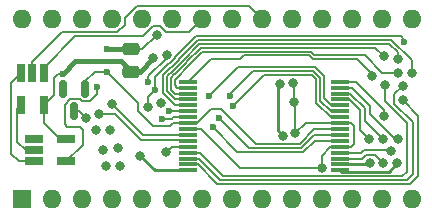
<source format=gbr>
%TF.GenerationSoftware,KiCad,Pcbnew,7.0.5-7.0.5~ubuntu20.04.1*%
%TF.CreationDate,2023-07-18T12:44:13+02:00*%
%TF.ProjectId,EpromEMU_BOT,4570726f-6d45-44d5-955f-424f542e6b69,rev?*%
%TF.SameCoordinates,Original*%
%TF.FileFunction,Copper,L1,Top*%
%TF.FilePolarity,Positive*%
%FSLAX46Y46*%
G04 Gerber Fmt 4.6, Leading zero omitted, Abs format (unit mm)*
G04 Created by KiCad (PCBNEW 7.0.5-7.0.5~ubuntu20.04.1) date 2023-07-18 12:44:13*
%MOMM*%
%LPD*%
G01*
G04 APERTURE LIST*
G04 Aperture macros list*
%AMRoundRect*
0 Rectangle with rounded corners*
0 $1 Rounding radius*
0 $2 $3 $4 $5 $6 $7 $8 $9 X,Y pos of 4 corners*
0 Add a 4 corners polygon primitive as box body*
4,1,4,$2,$3,$4,$5,$6,$7,$8,$9,$2,$3,0*
0 Add four circle primitives for the rounded corners*
1,1,$1+$1,$2,$3*
1,1,$1+$1,$4,$5*
1,1,$1+$1,$6,$7*
1,1,$1+$1,$8,$9*
0 Add four rect primitives between the rounded corners*
20,1,$1+$1,$2,$3,$4,$5,0*
20,1,$1+$1,$4,$5,$6,$7,0*
20,1,$1+$1,$6,$7,$8,$9,0*
20,1,$1+$1,$8,$9,$2,$3,0*%
G04 Aperture macros list end*
%TA.AperFunction,ComponentPad*%
%ADD10C,0.800000*%
%TD*%
%TA.AperFunction,SMDPad,CuDef*%
%ADD11RoundRect,0.150000X-0.150000X0.587500X-0.150000X-0.587500X0.150000X-0.587500X0.150000X0.587500X0*%
%TD*%
%TA.AperFunction,SMDPad,CuDef*%
%ADD12R,1.560000X0.650000*%
%TD*%
%TA.AperFunction,SMDPad,CuDef*%
%ADD13R,0.650000X1.560000*%
%TD*%
%TA.AperFunction,SMDPad,CuDef*%
%ADD14RoundRect,0.075000X0.700000X0.075000X-0.700000X0.075000X-0.700000X-0.075000X0.700000X-0.075000X0*%
%TD*%
%TA.AperFunction,ComponentPad*%
%ADD15R,1.600000X1.600000*%
%TD*%
%TA.AperFunction,ComponentPad*%
%ADD16O,1.600000X1.600000*%
%TD*%
%TA.AperFunction,SMDPad,CuDef*%
%ADD17RoundRect,0.250000X0.475000X-0.250000X0.475000X0.250000X-0.475000X0.250000X-0.475000X-0.250000X0*%
%TD*%
%TA.AperFunction,ViaPad*%
%ADD18C,0.600000*%
%TD*%
%TA.AperFunction,ViaPad*%
%ADD19C,0.800000*%
%TD*%
%TA.AperFunction,Conductor*%
%ADD20C,0.200000*%
%TD*%
%TA.AperFunction,Conductor*%
%ADD21C,0.250000*%
%TD*%
%TA.AperFunction,Conductor*%
%ADD22C,0.400000*%
%TD*%
G04 APERTURE END LIST*
D10*
%TO.P,J40,1,Pin_1*%
%TO.N,/uA16*%
X111658400Y-95123000D03*
%TD*%
D11*
%TO.P,D1,1*%
%TO.N,/VCCRAM*%
X107020400Y-89463400D03*
%TO.P,D1,2*%
%TO.N,unconnected-(D1-Pad2)*%
X105120400Y-89463400D03*
%TO.P,D1,3*%
%TO.N,/BATT*%
X106070400Y-91338400D03*
%TD*%
D12*
%TO.P,U3,1*%
%TO.N,/~{AOE}*%
X102688400Y-93715800D03*
%TO.P,U3,2*%
%TO.N,/~{EXT}*%
X102688400Y-94665800D03*
%TO.P,U3,3,GND*%
%TO.N,GND*%
X102688400Y-95615800D03*
%TO.P,U3,4*%
%TO.N,/~{DOE}*%
X105388400Y-95615800D03*
%TO.P,U3,5,VCC*%
%TO.N,+3V3*%
X105388400Y-93715800D03*
%TD*%
D13*
%TO.P,U1,1*%
%TO.N,/~{EOE}*%
X103489800Y-88134200D03*
%TO.P,U1,2*%
%TO.N,/~{ECS}*%
X102539800Y-88134200D03*
%TO.P,U1,3,GND*%
%TO.N,GND*%
X101589800Y-88134200D03*
%TO.P,U1,4*%
%TO.N,/~{EXT}*%
X101589800Y-90834200D03*
%TO.P,U1,5,VCC*%
%TO.N,+3V3*%
X103489800Y-90834200D03*
%TD*%
D10*
%TO.P,J34,1,Pin_1*%
%TO.N,/~{DOE}*%
X113893600Y-86563200D03*
%TD*%
D14*
%TO.P,U2,32,A16*%
%TO.N,/uA16*%
X115718120Y-96366600D03*
%TO.P,U2,31,A15*%
%TO.N,/A15*%
X115718120Y-95866600D03*
%TO.P,U2,30,A14*%
%TO.N,/A14*%
X115718120Y-95366600D03*
%TO.P,U2,29,A13*%
%TO.N,/A13*%
X115718120Y-94866600D03*
%TO.P,U2,28,~{OE}*%
%TO.N,/~{OERAM}*%
X115718120Y-94366600D03*
%TO.P,U2,27,I/O7*%
%TO.N,/D7*%
X115718120Y-93866600D03*
%TO.P,U2,26,I/O6*%
%TO.N,/D6*%
X115718120Y-93366600D03*
%TO.P,U2,25,GND*%
%TO.N,GND*%
X115718120Y-92866600D03*
%TO.P,U2,24,VDD*%
%TO.N,/VCCRAM*%
X115718120Y-92366600D03*
%TO.P,U2,23,I/O5*%
%TO.N,/D5*%
X115718120Y-91866600D03*
%TO.P,U2,22,I/O4*%
%TO.N,/D4*%
X115718120Y-91366600D03*
%TO.P,U2,21,A12*%
%TO.N,/A12*%
X115718120Y-90866600D03*
%TO.P,U2,20,A11*%
%TO.N,/A11*%
X115718120Y-90366600D03*
%TO.P,U2,19,A10*%
%TO.N,/A10*%
X115718120Y-89866600D03*
%TO.P,U2,18,A9*%
%TO.N,/A9*%
X115718120Y-89366600D03*
%TO.P,U2,17,A8*%
%TO.N,/A8*%
X115718120Y-88866600D03*
%TO.P,U2,16,A7*%
%TO.N,/A7*%
X128568120Y-88866600D03*
%TO.P,U2,15,A6*%
%TO.N,/A6*%
X128568120Y-89366600D03*
%TO.P,U2,14,A5*%
%TO.N,/A5*%
X128568120Y-89866600D03*
%TO.P,U2,13,A4*%
%TO.N,/A4*%
X128568120Y-90366600D03*
%TO.P,U2,12,~{WE}*%
%TO.N,/~{WERAM}*%
X128568120Y-90866600D03*
%TO.P,U2,11,I/O3*%
%TO.N,/D3*%
X128568120Y-91366600D03*
%TO.P,U2,10,I/O2*%
%TO.N,/D2*%
X128568120Y-91866600D03*
%TO.P,U2,9,GND*%
%TO.N,GND*%
X128568120Y-92366600D03*
%TO.P,U2,8,VDD*%
%TO.N,/VCCRAM*%
X128568120Y-92866600D03*
%TO.P,U2,7,I/O1*%
%TO.N,/D1*%
X128568120Y-93366600D03*
%TO.P,U2,6,I/O0*%
%TO.N,/D0*%
X128568120Y-93866600D03*
%TO.P,U2,5,~{CE}*%
%TO.N,GND*%
X128568120Y-94366600D03*
%TO.P,U2,4,A3*%
%TO.N,/A3*%
X128568120Y-94866600D03*
%TO.P,U2,3,A2*%
%TO.N,/A2*%
X128568120Y-95366600D03*
%TO.P,U2,2,A1*%
%TO.N,/A1*%
X128568120Y-95866600D03*
%TO.P,U2,1,A0*%
%TO.N,/A0*%
X128568120Y-96366600D03*
%TD*%
D10*
%TO.P,J2,1,Pin_1*%
%TO.N,/BATT*%
X107111800Y-91948000D03*
%TD*%
%TO.P,J32,1,Pin_1*%
%TO.N,/~{WERAM}*%
X113436400Y-90652600D03*
%TD*%
%TO.P,J31,1,Pin_1*%
%TO.N,/~{OERAM}*%
X113868200Y-94843600D03*
%TD*%
D15*
%TO.P,U7,1,A15*%
%TO.N,/EA15*%
X101650800Y-98831400D03*
D16*
%TO.P,U7,2,A12*%
%TO.N,/EA12*%
X104190800Y-98831400D03*
%TO.P,U7,3,A7*%
%TO.N,/EA7*%
X106730800Y-98831400D03*
%TO.P,U7,4,A6*%
%TO.N,/EA6*%
X109270800Y-98831400D03*
%TO.P,U7,5,A5*%
%TO.N,/EA5*%
X111810800Y-98831400D03*
%TO.P,U7,6,A4*%
%TO.N,/EA4*%
X114350800Y-98831400D03*
%TO.P,U7,7,A3*%
%TO.N,/EA3*%
X116890800Y-98831400D03*
%TO.P,U7,8,A2*%
%TO.N,/EA2*%
X119430800Y-98831400D03*
%TO.P,U7,9,A1*%
%TO.N,/EA1*%
X121970800Y-98831400D03*
%TO.P,U7,10,A0*%
%TO.N,/EA0*%
X124510800Y-98831400D03*
%TO.P,U7,11,D0*%
%TO.N,/ED0*%
X127050800Y-98831400D03*
%TO.P,U7,12,D1*%
%TO.N,/ED1*%
X129590800Y-98831400D03*
%TO.P,U7,13,D2*%
%TO.N,/ED2*%
X132130800Y-98831400D03*
%TO.P,U7,14,GND*%
%TO.N,GND*%
X134670800Y-98831400D03*
%TO.P,U7,15,D3*%
%TO.N,/ED3*%
X134670800Y-83591400D03*
%TO.P,U7,16,D4*%
%TO.N,/ED4*%
X132130800Y-83591400D03*
%TO.P,U7,17,D5*%
%TO.N,/ED5*%
X129590800Y-83591400D03*
%TO.P,U7,18,D6*%
%TO.N,/ED6*%
X127050800Y-83591400D03*
%TO.P,U7,19,D7*%
%TO.N,/ED7*%
X124510800Y-83591400D03*
%TO.P,U7,20,~{CE}*%
%TO.N,/~{ECS}*%
X121970800Y-83591400D03*
%TO.P,U7,21,A10*%
%TO.N,/EA10*%
X119430800Y-83591400D03*
%TO.P,U7,22,~{OE}*%
%TO.N,/~{EOE}*%
X116890800Y-83591400D03*
%TO.P,U7,23,A11*%
%TO.N,/EA11*%
X114350800Y-83591400D03*
%TO.P,U7,24,A9*%
%TO.N,/EA9*%
X111810800Y-83591400D03*
%TO.P,U7,25,A8*%
%TO.N,/EA8*%
X109270800Y-83591400D03*
%TO.P,U7,26,A13*%
%TO.N,/EA13*%
X106730800Y-83591400D03*
%TO.P,U7,27,A14*%
%TO.N,/EA14*%
X104190800Y-83591400D03*
%TO.P,U7,28,VCC*%
%TO.N,+5V*%
X101650800Y-83591400D03*
%TD*%
D10*
%TO.P,J6,1,Pin_1*%
%TO.N,/A2*%
X132257800Y-95732600D03*
%TD*%
%TO.P,J18,1,Pin_1*%
%TO.N,/A14*%
X133883400Y-89230200D03*
%TD*%
%TO.P,J33,1,Pin_1*%
%TO.N,/~{AOE}*%
X112318800Y-91033600D03*
%TD*%
%TO.P,J5,1,Pin_1*%
%TO.N,/A1*%
X131089400Y-95732600D03*
%TD*%
%TO.P,J27,1,Pin_1*%
%TO.N,/D7*%
X108199200Y-91567000D03*
%TD*%
%TO.P,J19,1,Pin_1*%
%TO.N,/A15*%
X133883400Y-90449400D03*
%TD*%
%TO.P,J16,1,Pin_1*%
%TO.N,/A12*%
X134645400Y-88087200D03*
%TD*%
%TO.P,J7,1,Pin_1*%
%TO.N,/A3*%
X132867400Y-94716600D03*
%TD*%
%TO.P,J21,1,Pin_1*%
%TO.N,/D1*%
X108762800Y-96012000D03*
%TD*%
%TO.P,J1,1,Pin_1*%
%TO.N,/A0*%
X133426200Y-95758000D03*
%TD*%
%TO.P,J10,1,Pin_1*%
%TO.N,/A6*%
X133477000Y-93700600D03*
%TD*%
%TO.P,J20,1,Pin_1*%
%TO.N,/D0*%
X109982000Y-96023800D03*
%TD*%
%TO.P,J23,1,Pin_1*%
%TO.N,/D3*%
X108508800Y-94640400D03*
%TD*%
D17*
%TO.P,C4,2*%
%TO.N,GND*%
X110896400Y-86121200D03*
%TO.P,C4,1*%
%TO.N,+3V3*%
X110896400Y-88021200D03*
%TD*%
D10*
%TO.P,J11,1,Pin_1*%
%TO.N,/A7*%
X132308600Y-91795600D03*
%TD*%
%TO.P,J30,1,Pin_1*%
%TO.N,+3V3*%
X112776000Y-86868000D03*
%TD*%
%TO.P,J22,1,Pin_1*%
%TO.N,/D2*%
X109778800Y-94513400D03*
%TD*%
%TO.P,J25,1,Pin_1*%
%TO.N,/D5*%
X107899200Y-92964000D03*
%TD*%
%TO.P,J8,1,Pin_1*%
%TO.N,/A4*%
X131038600Y-93751400D03*
%TD*%
%TO.P,J17,1,Pin_1*%
%TO.N,/A13*%
X132384800Y-89103200D03*
%TD*%
%TO.P,J24,1,Pin_1*%
%TO.N,/D4*%
X109143800Y-92989400D03*
%TD*%
%TO.P,J12,1,Pin_1*%
%TO.N,/A8*%
X131267200Y-88392000D03*
%TD*%
%TO.P,J15,1,Pin_1*%
%TO.N,/A11*%
X133451600Y-86944200D03*
%TD*%
%TO.P,J14,1,Pin_1*%
%TO.N,/A10*%
X132283200Y-86715600D03*
%TD*%
%TO.P,J9,1,Pin_1*%
%TO.N,/A5*%
X132232400Y-93726000D03*
%TD*%
%TO.P,J13,1,Pin_1*%
%TO.N,/A9*%
X133451600Y-88112600D03*
%TD*%
%TO.P,J26,1,Pin_1*%
%TO.N,/D6*%
X109267600Y-90779600D03*
%TD*%
D18*
%TO.N,/~{AOE}*%
X134026400Y-85461600D03*
%TO.N,/~{DOE}*%
X112344200Y-88849200D03*
%TO.N,+3V3*%
X105388400Y-93715802D03*
%TO.N,GND*%
X102688400Y-95615808D03*
%TO.N,/~{DOE}*%
X108003577Y-89342808D03*
%TO.N,/~{AOE}*%
X102688400Y-93715806D03*
X112877600Y-89585800D03*
%TO.N,GND*%
X101594400Y-88165700D03*
X108839000Y-86111000D03*
%TO.N,+3V3*%
X105120400Y-88168000D03*
%TO.N,/VCCRAM*%
X108839006Y-88010994D03*
%TO.N,/D4*%
X114122200Y-91366600D03*
%TO.N,/D5*%
X113538000Y-92008400D03*
%TO.N,/D0*%
X117787043Y-92713087D03*
%TO.N,/D1*%
X118338600Y-91973400D03*
%TO.N,/D2*%
X119481600Y-90932000D03*
%TO.N,/D3*%
X119227600Y-90061600D03*
%TO.N,/~{WERAM}*%
X117498635Y-90034435D03*
D19*
%TO.N,GND*%
X113068558Y-84879227D03*
X124587781Y-88958600D03*
X124688600Y-90576400D03*
X124809695Y-93236600D03*
%TO.N,+3V3*%
X123469400Y-89052400D03*
X123770096Y-93418474D03*
%TO.N,GND*%
X127013376Y-96139150D03*
%TD*%
D20*
%TO.N,+3V3*%
X105120400Y-88168000D02*
X104719600Y-88168000D01*
X104719600Y-88168000D02*
X104343200Y-88544400D01*
X104343200Y-88544400D02*
X104343200Y-89980800D01*
X104343200Y-89980800D02*
X103489800Y-90834200D01*
%TO.N,/~{DOE}*%
X108003577Y-89342808D02*
X108003577Y-89916000D01*
X105257600Y-92481400D02*
X105486200Y-92710000D01*
X108003577Y-89916000D02*
X107448677Y-90470900D01*
X105746430Y-90330900D02*
X105257600Y-90819730D01*
X105257600Y-90819730D02*
X105257600Y-92481400D01*
X107448677Y-90470900D02*
X106696430Y-90470900D01*
X106527600Y-92710000D02*
X106807000Y-92989400D01*
X106696430Y-90470900D02*
X106556430Y-90330900D01*
X106556430Y-90330900D02*
X105746430Y-90330900D01*
X105486200Y-92710000D02*
X106527600Y-92710000D01*
X106807000Y-92989400D02*
X106807000Y-94197200D01*
X106807000Y-94197200D02*
X105388400Y-95615800D01*
%TO.N,+3V3*%
X103489800Y-90834200D02*
X103489800Y-92339200D01*
X103489800Y-92339200D02*
X104866400Y-93715800D01*
X104866400Y-93715800D02*
X105388400Y-93715800D01*
%TO.N,GND*%
X101381608Y-95615808D02*
X102688400Y-95615808D01*
X100761800Y-94996000D02*
X101381608Y-95615808D01*
X100761800Y-88998300D02*
X100761800Y-94996000D01*
X101594400Y-88165700D02*
X100761800Y-88998300D01*
%TO.N,/~{EXT}*%
X101589800Y-90834200D02*
X101269800Y-91154200D01*
X101269800Y-93929200D02*
X102006400Y-94665800D01*
X101269800Y-91154200D02*
X101269800Y-93929200D01*
X102006400Y-94665800D02*
X102688400Y-94665800D01*
%TO.N,/BATT*%
X106070400Y-91338400D02*
X106502200Y-91338400D01*
X106502200Y-91338400D02*
X107111800Y-91948000D01*
%TO.N,/D7*%
X111709200Y-93786600D02*
X115638120Y-93786600D01*
X111709200Y-93786600D02*
X109489600Y-91567000D01*
X109489600Y-91567000D02*
X108199200Y-91567000D01*
%TO.N,/VCCRAM*%
X107020400Y-89463400D02*
X107020400Y-88788200D01*
X107020400Y-88788200D02*
X107797606Y-88010994D01*
X107797606Y-88010994D02*
X108839006Y-88010994D01*
D21*
%TO.N,/uA16*%
X115718120Y-96366600D02*
X112902000Y-96366600D01*
X112902000Y-96366600D02*
X111658400Y-95123000D01*
D20*
%TO.N,/D7*%
X115638120Y-93786600D02*
X115718120Y-93866600D01*
%TO.N,/D6*%
X109267600Y-90779600D02*
X111867800Y-93379800D01*
X111867800Y-93379800D02*
X115704920Y-93379800D01*
X115704920Y-93379800D02*
X115718120Y-93366600D01*
%TO.N,/VCCRAM*%
X108839006Y-88010994D02*
X111506000Y-90677988D01*
X111506000Y-90677988D02*
X111506000Y-91338400D01*
X111506000Y-91338400D02*
X112776000Y-92608400D01*
X114433177Y-92366600D02*
X115718120Y-92366600D01*
X112776000Y-92608400D02*
X114191377Y-92608400D01*
X114191377Y-92608400D02*
X114433177Y-92366600D01*
%TO.N,/D5*%
X114470729Y-91866600D02*
X114328929Y-92008400D01*
X114328929Y-92008400D02*
X113538000Y-92008400D01*
X115718120Y-91866600D02*
X114470729Y-91866600D01*
%TO.N,/D4*%
X115718120Y-91366600D02*
X114122200Y-91366600D01*
%TO.N,/~{DOE}*%
X113893600Y-86563200D02*
X113893600Y-86857670D01*
X112344200Y-88407070D02*
X112344200Y-88849200D01*
%TO.N,/~{AOE}*%
X114135216Y-87263200D02*
X114183550Y-87263200D01*
X134026400Y-85309200D02*
X134026400Y-85461600D01*
X112877600Y-89585800D02*
X112944200Y-89519200D01*
%TO.N,/~{DOE}*%
X113893600Y-86857670D02*
X112344200Y-88407070D01*
%TO.N,/~{AOE}*%
X112944200Y-88454216D02*
X114135216Y-87263200D01*
X112944200Y-89519200D02*
X112944200Y-88454216D01*
X114593600Y-86804816D02*
X116390816Y-85007600D01*
X116390816Y-85007600D02*
X133724800Y-85007600D01*
X114183550Y-87263200D02*
X114593600Y-86853150D01*
X133724800Y-85007600D02*
X134026400Y-85309200D01*
X114593600Y-86853150D02*
X114593600Y-86804816D01*
X112877600Y-89585800D02*
X112318800Y-90144600D01*
X112318800Y-90144600D02*
X112318800Y-91033600D01*
%TO.N,/A12*%
X114920600Y-86940264D02*
X116526264Y-85334600D01*
%TO.N,/A10*%
X115574600Y-87259494D02*
X114589894Y-88244200D01*
%TO.N,/A11*%
X133451600Y-86378515D02*
X133451600Y-86944200D01*
%TO.N,/A12*%
X114920600Y-86988598D02*
X114920600Y-86940264D01*
%TO.N,/A11*%
X114603448Y-90366600D02*
X113925400Y-89688552D01*
%TO.N,/A10*%
X115574600Y-87211160D02*
X115574600Y-87259494D01*
%TO.N,/A12*%
X113598400Y-88262464D02*
X114270664Y-87590200D01*
X115718120Y-90866600D02*
X114641000Y-90866600D01*
%TO.N,/A10*%
X114541560Y-88244200D02*
X114252400Y-88533360D01*
%TO.N,/A12*%
X113598400Y-89824000D02*
X113598400Y-88262464D01*
%TO.N,/A10*%
X114252400Y-89553104D02*
X114565896Y-89866600D01*
X131556200Y-85988600D02*
X116797160Y-85988600D01*
%TO.N,/A11*%
X115718120Y-90366600D02*
X114603448Y-90366600D01*
%TO.N,/A12*%
X114318998Y-87590200D02*
X114920600Y-86988598D01*
X114641000Y-90866600D02*
X113598400Y-89824000D01*
%TO.N,/A10*%
X114252400Y-88533360D02*
X114252400Y-89553104D01*
X114565896Y-89866600D02*
X115718120Y-89866600D01*
%TO.N,/A11*%
X115247600Y-87124046D02*
X115247600Y-87075712D01*
X114406112Y-87917200D02*
X114454446Y-87917200D01*
%TO.N,/A10*%
X114589894Y-88244200D02*
X114541560Y-88244200D01*
X116797160Y-85988600D02*
X115574600Y-87211160D01*
X132283200Y-86715600D02*
X131556200Y-85988600D01*
%TO.N,/A12*%
X114270664Y-87590200D02*
X114318998Y-87590200D01*
%TO.N,/A11*%
X132734685Y-85661600D02*
X133451600Y-86378515D01*
X116661712Y-85661600D02*
X132734685Y-85661600D01*
X113925400Y-89688552D02*
X113925400Y-88397912D01*
X115247600Y-87075712D02*
X116661712Y-85661600D01*
X113925400Y-88397912D02*
X114406112Y-87917200D01*
X114454446Y-87917200D02*
X115247600Y-87124046D01*
%TO.N,/A12*%
X116526264Y-85334600D02*
X132918570Y-85334600D01*
X132918570Y-85334600D02*
X134645400Y-87061430D01*
X134645400Y-87061430D02*
X134645400Y-88087200D01*
%TO.N,/A9*%
X126401792Y-86629800D02*
X126087592Y-86315600D01*
X116932608Y-86315600D02*
X115901600Y-87346608D01*
X130673400Y-86629800D02*
X126401792Y-86629800D01*
X133451600Y-88112600D02*
X132156200Y-88112600D01*
X114579400Y-88717142D02*
X114579400Y-89128600D01*
X115901600Y-87394942D02*
X114579400Y-88717142D01*
X115901600Y-87346608D02*
X115901600Y-87394942D01*
X126087592Y-86315600D02*
X116932608Y-86315600D01*
X132156200Y-88112600D02*
X130673400Y-86629800D01*
X114579400Y-89128600D02*
X114817400Y-89366600D01*
X114817400Y-89366600D02*
X115718120Y-89366600D01*
%TO.N,/D2*%
X128568120Y-91866600D02*
X127805216Y-91866600D01*
%TO.N,/D3*%
X126895200Y-88510552D02*
X126316248Y-87931600D01*
%TO.N,/D2*%
X122155000Y-88258600D02*
X119481600Y-90932000D01*
%TO.N,/D3*%
X128568120Y-91366600D02*
X127805216Y-91366600D01*
%TO.N,/~{WERAM}*%
X119928470Y-87604600D02*
X117498635Y-90034435D01*
%TO.N,/D3*%
X119227600Y-89931800D02*
X119227600Y-90061600D01*
X126316248Y-87931600D02*
X121227800Y-87931600D01*
X121227800Y-87931600D02*
X119227600Y-89931800D01*
%TO.N,GND*%
X124688600Y-89059419D02*
X124587781Y-88958600D01*
%TO.N,/D2*%
X127805216Y-91866600D02*
X126568200Y-90629584D01*
%TO.N,/D3*%
X126895200Y-90456584D02*
X126895200Y-88510552D01*
%TO.N,/D2*%
X126568200Y-88646000D02*
X126180800Y-88258600D01*
X126568200Y-90629584D02*
X126568200Y-88646000D01*
X126180800Y-88258600D02*
X122155000Y-88258600D01*
%TO.N,GND*%
X124688600Y-90576400D02*
X124688600Y-89059419D01*
%TO.N,/A8*%
X117627920Y-86956800D02*
X115718120Y-88866600D01*
X120428022Y-86642600D02*
X120113822Y-86956800D01*
%TO.N,/~{WERAM}*%
X126451696Y-87604600D02*
X119928470Y-87604600D01*
X127222200Y-88375104D02*
X126451696Y-87604600D01*
%TO.N,/A8*%
X126266344Y-86956800D02*
X125952144Y-86642600D01*
X131267200Y-88239600D02*
X129984400Y-86956800D01*
%TO.N,/~{WERAM}*%
X128568120Y-90866600D02*
X127805216Y-90866600D01*
%TO.N,/A8*%
X125952144Y-86642600D02*
X120428022Y-86642600D01*
X129984400Y-86956800D02*
X126266344Y-86956800D01*
%TO.N,/~{WERAM}*%
X127805216Y-90866600D02*
X127222200Y-90283584D01*
X127222200Y-90283584D02*
X127222200Y-88375104D01*
%TO.N,/D3*%
X127805216Y-91366600D02*
X126895200Y-90456584D01*
%TO.N,/A8*%
X120113822Y-86956800D02*
X117627920Y-86956800D01*
%TO.N,GND*%
X111826585Y-86121200D02*
X113068558Y-84879227D01*
X110896400Y-86121200D02*
X111826585Y-86121200D01*
%TO.N,/~{EOE}*%
X111939435Y-85018400D02*
X106150600Y-85018400D01*
X113870681Y-84691400D02*
X113355081Y-84175800D01*
X116890800Y-83591400D02*
X115790800Y-84691400D01*
X103489800Y-87679200D02*
X103489800Y-88134200D01*
X115790800Y-84691400D02*
X113870681Y-84691400D01*
X113355081Y-84175800D02*
X112782035Y-84175800D01*
X112782035Y-84175800D02*
X111939435Y-85018400D01*
X106150600Y-85018400D02*
X103489800Y-87679200D01*
D21*
%TO.N,/A0*%
X128568120Y-96366600D02*
X128670720Y-96469200D01*
X128670720Y-96469200D02*
X132715000Y-96469200D01*
X132715000Y-96469200D02*
X133426200Y-95758000D01*
D20*
%TO.N,/A2*%
X128568120Y-95366600D02*
X130465450Y-95366600D01*
X130465450Y-95366600D02*
X130799450Y-95032600D01*
X130799450Y-95032600D02*
X131557800Y-95032600D01*
X131557800Y-95032600D02*
X132257800Y-95732600D01*
%TO.N,/~{ECS}*%
X121970800Y-83591400D02*
X120870800Y-82491400D01*
X111355165Y-82491400D02*
X110370800Y-83475765D01*
X120870800Y-82491400D02*
X111355165Y-82491400D01*
X110370800Y-83475765D02*
X110370800Y-84047035D01*
X102539800Y-87154200D02*
X102539800Y-88134200D01*
X110370800Y-84047035D02*
X109726435Y-84691400D01*
X109726435Y-84691400D02*
X105002600Y-84691400D01*
X105002600Y-84691400D02*
X102539800Y-87154200D01*
D22*
%TO.N,GND*%
X110896400Y-86121200D02*
X108849200Y-86121200D01*
%TO.N,+3V3*%
X110896400Y-88021200D02*
X111622800Y-88021200D01*
X111622800Y-88021200D02*
X112776000Y-86868000D01*
X105120400Y-88168000D02*
X106166400Y-87122000D01*
X106166400Y-87122000D02*
X109997200Y-87122000D01*
X109997200Y-87122000D02*
X110896400Y-88021200D01*
D20*
%TO.N,/VCCRAM*%
X118507486Y-91170200D02*
X117683671Y-91170200D01*
X125154478Y-94118474D02*
X121455760Y-94118474D01*
X128568120Y-92866600D02*
X126406352Y-92866600D01*
X116487271Y-92366600D02*
X115718120Y-92366600D01*
X121455760Y-94118474D02*
X118507486Y-91170200D01*
X126406352Y-92866600D02*
X125154478Y-94118474D01*
X117683671Y-91170200D02*
X116487271Y-92366600D01*
%TO.N,/D0*%
X128568120Y-93866600D02*
X126427600Y-93866600D01*
X126427600Y-93866600D02*
X125476000Y-94818200D01*
X125476000Y-94818200D02*
X119892156Y-94818200D01*
X119892156Y-94818200D02*
X117787043Y-92713087D01*
%TO.N,/D1*%
X120856400Y-94491200D02*
X118338600Y-91973400D01*
X125244200Y-94491200D02*
X120856400Y-94491200D01*
X126368800Y-93366600D02*
X125244200Y-94491200D01*
X128568120Y-93366600D02*
X126368800Y-93366600D01*
%TO.N,GND*%
X115718120Y-92866600D02*
X116844200Y-92866600D01*
X116844200Y-92866600D02*
X120116750Y-96139150D01*
X120116750Y-96139150D02*
X127013376Y-96139150D01*
D21*
%TO.N,+3V3*%
X123291600Y-89230200D02*
X123469400Y-89052400D01*
X123291600Y-92939978D02*
X123291600Y-89230200D01*
X123770096Y-93418474D02*
X123291600Y-92939978D01*
D20*
%TO.N,GND*%
X124809695Y-93236600D02*
X124809695Y-90697495D01*
X124809695Y-90697495D02*
X124688600Y-90576400D01*
X125679695Y-92366600D02*
X124809695Y-93236600D01*
X128568120Y-92366600D02*
X125679695Y-92366600D01*
%TO.N,/A14*%
X134220170Y-97183600D02*
X134758800Y-96644970D01*
X118427349Y-97183600D02*
X134220170Y-97183600D01*
X115718120Y-95366600D02*
X116610349Y-95366600D01*
X116610349Y-95366600D02*
X118427349Y-97183600D01*
X134758800Y-96644970D02*
X134758800Y-92314750D01*
%TO.N,/A15*%
X135178800Y-91744800D02*
X133883400Y-90449400D01*
%TO.N,/A14*%
X134758800Y-92314750D02*
X133183400Y-90739350D01*
X133183400Y-90739350D02*
X133183400Y-89930200D01*
X133183400Y-89930200D02*
X133883400Y-89230200D01*
%TO.N,/A13*%
X115718120Y-94866600D02*
X116704319Y-94866600D01*
X116704319Y-94866600D02*
X118694319Y-96856600D01*
%TO.N,/A15*%
X135178800Y-96818940D02*
X135178800Y-91744800D01*
%TO.N,/A13*%
X118694319Y-96856600D02*
X133851600Y-96856600D01*
X134213600Y-96494600D02*
X134213600Y-92356449D01*
%TO.N,/A15*%
X118160379Y-97510600D02*
X134487140Y-97510600D01*
%TO.N,/A13*%
X134213600Y-92356449D02*
X132384800Y-90527649D01*
X133851600Y-96856600D02*
X134213600Y-96494600D01*
X132384800Y-90527649D02*
X132384800Y-89103200D01*
%TO.N,/A15*%
X115718120Y-95866600D02*
X116516379Y-95866600D01*
X116516379Y-95866600D02*
X118160379Y-97510600D01*
X134487140Y-97510600D02*
X135178800Y-96818940D01*
%TO.N,/~{OERAM}*%
X113868200Y-94843600D02*
X114345200Y-94366600D01*
X114345200Y-94366600D02*
X115718120Y-94366600D01*
%TO.N,/A6*%
X128568120Y-89366600D02*
X129557210Y-89366600D01*
X129557210Y-89366600D02*
X131089400Y-90898790D01*
X131089400Y-90898790D02*
X131089400Y-91592400D01*
X131089400Y-91592400D02*
X133197600Y-93700600D01*
%TO.N,/A4*%
X130249400Y-92962200D02*
X131038600Y-93751400D01*
X130249400Y-91249621D02*
X130249400Y-92962200D01*
X128568120Y-90366600D02*
X129366379Y-90366600D01*
%TO.N,/A5*%
X130669400Y-92163000D02*
X132232400Y-93726000D01*
X130669400Y-91072760D02*
X130669400Y-92163000D01*
X129463240Y-89866600D02*
X130669400Y-91072760D01*
X128568120Y-89866600D02*
X129463240Y-89866600D01*
%TO.N,/A4*%
X129366379Y-90366600D02*
X130249400Y-91249621D01*
%TO.N,GND*%
X128568120Y-92366600D02*
X129501400Y-92366600D01*
X129501400Y-92366600D02*
X129743200Y-92608400D01*
X129743200Y-94157800D02*
X129534400Y-94366600D01*
X129743200Y-92608400D02*
X129743200Y-94157800D01*
X129534400Y-94366600D02*
X128568120Y-94366600D01*
%TO.N,/A3*%
X128568120Y-94866600D02*
X130378551Y-94866600D01*
X130378551Y-94866600D02*
X130627551Y-94617600D01*
X130627551Y-94617600D02*
X132768400Y-94617600D01*
D21*
%TO.N,/A1*%
X128568120Y-95866600D02*
X131019800Y-95866600D01*
D20*
%TO.N,/A7*%
X128568120Y-88866600D02*
X129919885Y-88866600D01*
X129919885Y-88866600D02*
X132308600Y-91255315D01*
X132308600Y-91255315D02*
X132308600Y-91795600D01*
%TO.N,GND*%
X127769861Y-94366600D02*
X127013376Y-95123085D01*
X127013376Y-95123085D02*
X127013376Y-96139150D01*
X128568120Y-94366600D02*
X127769861Y-94366600D01*
%TD*%
M02*

</source>
